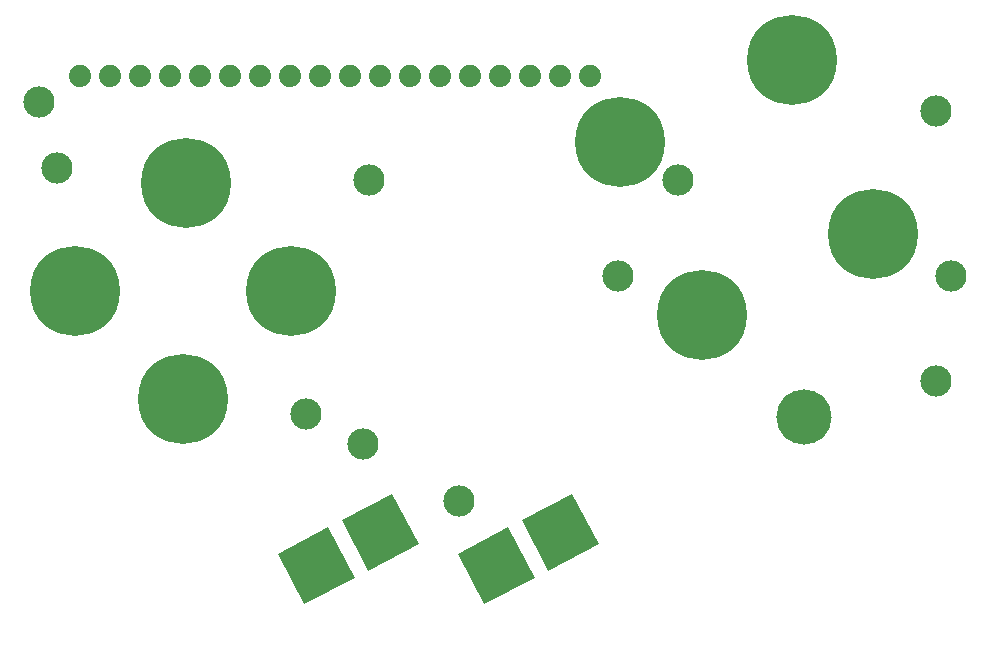
<source format=gbr>
G04 EAGLE Gerber X2 export*
%TF.Part,Single*%
%TF.FileFunction,Soldermask,Top,1*%
%TF.FilePolarity,Negative*%
%TF.GenerationSoftware,Autodesk,EAGLE,9.1.0*%
%TF.CreationDate,2019-02-06T17:54:37Z*%
G75*
%MOMM*%
%FSLAX34Y34*%
%LPD*%
%AMOC8*
5,1,8,0,0,1.08239X$1,22.5*%
G01*
%ADD10C,4.673600*%
%ADD11C,2.641600*%
%ADD12C,7.620000*%
%ADD13R,4.826000X4.826000*%
%ADD14C,1.879600*%


D10*
X673100Y165100D03*
D11*
X25400Y431800D03*
X784860Y424180D03*
X784860Y195580D03*
X304800Y365760D03*
X566420Y365760D03*
X299720Y142240D03*
X515620Y284480D03*
X251460Y167640D03*
X381000Y93980D03*
X797560Y284480D03*
X40640Y375920D03*
D12*
X55880Y271780D03*
D13*
G36*
X292529Y29005D02*
X249723Y6721D01*
X227439Y49527D01*
X270245Y71811D01*
X292529Y29005D01*
G37*
G36*
X346601Y57153D02*
X303795Y34869D01*
X281511Y77675D01*
X324317Y99959D01*
X346601Y57153D01*
G37*
D12*
X149860Y363220D03*
X147320Y180340D03*
X238760Y271780D03*
X586740Y251460D03*
X731520Y320040D03*
D13*
G36*
X444929Y29005D02*
X402123Y6721D01*
X379839Y49527D01*
X422645Y71811D01*
X444929Y29005D01*
G37*
G36*
X499001Y57153D02*
X456195Y34869D01*
X433911Y77675D01*
X476717Y99959D01*
X499001Y57153D01*
G37*
D12*
X517096Y398282D03*
X662931Y467195D03*
D14*
X60249Y454152D03*
X85649Y454152D03*
X111049Y454152D03*
X136449Y454152D03*
X161849Y454152D03*
X187249Y454152D03*
X212649Y454152D03*
X238049Y454152D03*
X263449Y454152D03*
X288849Y454152D03*
X314249Y454152D03*
X339649Y454152D03*
X365049Y454152D03*
X390449Y454152D03*
X415849Y454152D03*
X441249Y454152D03*
X466649Y454152D03*
X492049Y454152D03*
M02*

</source>
